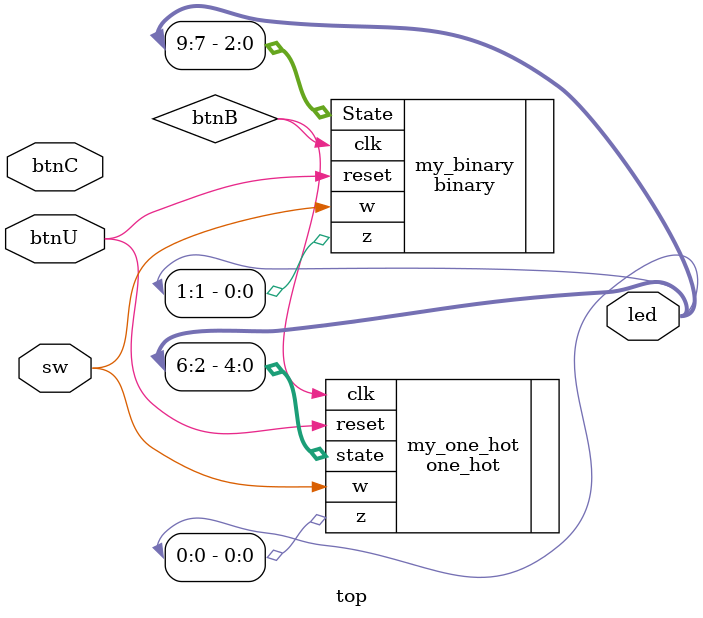
<source format=v>
module top(
    input sw, // w
    output [9:0] led, // see IO table
    input btnC, // clk
    input btnU // reset
);

   one_hot my_one_hot(
    .w(sw),
    .clk(btnB),
    .z(led[0]),
    .state(led[6:2]),
    .reset(btnU) 
    
);

    binary my_binary(
    .w(sw),
    .clk(btnB),
    .z(led[1]),
    .State(led[9:7]),
    .reset(btnU) 
   
);
endmodule
</source>
